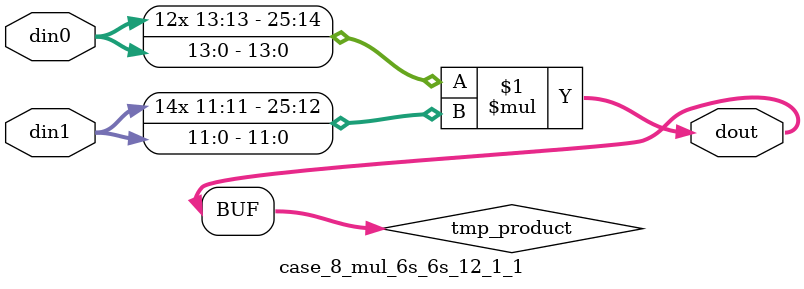
<source format=v>

`timescale 1 ns / 1 ps

 (* use_dsp = "no" *)  module case_8_mul_6s_6s_12_1_1(din0, din1, dout);
parameter ID = 1;
parameter NUM_STAGE = 0;
parameter din0_WIDTH = 14;
parameter din1_WIDTH = 12;
parameter dout_WIDTH = 26;

input [din0_WIDTH - 1 : 0] din0; 
input [din1_WIDTH - 1 : 0] din1; 
output [dout_WIDTH - 1 : 0] dout;

wire signed [dout_WIDTH - 1 : 0] tmp_product;



























assign tmp_product = $signed(din0) * $signed(din1);








assign dout = tmp_product;





















endmodule

</source>
